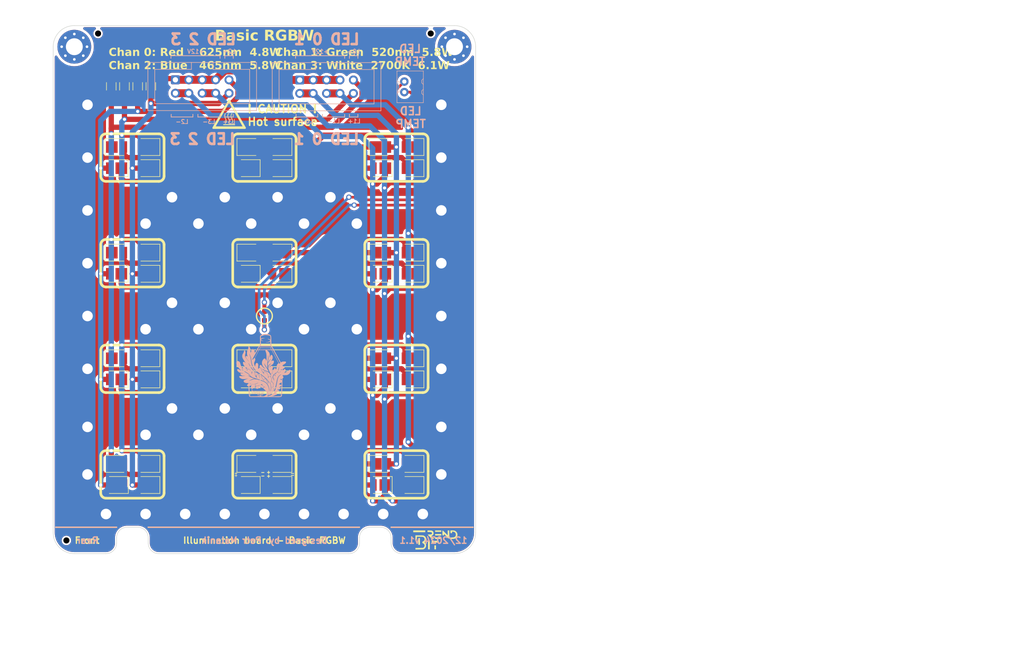
<source format=kicad_pcb>
(kicad_pcb (version 20240108) (generator "pcbnew") (generator_version "8.0")
  (title_block (title "Illumination board - Template") (date "2024-06-23") (rev "${VERSION}") (company "TrendBit s.r.o.") (comment 1 "Designed by: Petr Malanik"))
  (layers (0 "F.Cu" signal) (31 "B.Cu" signal) (34 "B.Paste" user) (35 "F.Paste" user) (36 "B.SilkS" user "B.Silkscreen") (37 "F.SilkS" user "F.Silkscreen") (38 "B.Mask" user) (39 "F.Mask" user) (44 "Edge.Cuts" user))
  (property "VERSION" "1.1")
  (net 0 "")
  (net 19 "+12V")
  (net 20 "/LED_1+")
  (net 21 "/LED_0-")
  (net 22 "/LED_0+")
  (net 23 "/LED_1-")
  (net 24 "/LED_3-")
  (net 25 "/LED_3+")
  (net 26 "/LED_2-")
  (net 27 "/LED_2+")
  (net 28 "Net-(D1-K)")
  (net 29 "Net-(D2-K)")
  (net 30 "Net-(D4-K)")
  (net 31 "Net-(D5-K)")
  (net 32 "Net-(D10-K)")
  (net 33 "Net-(D13-K)")
  (net 34 "Net-(D14-K)")
  (net 35 "Net-(D16-K)")
  (net 36 "Net-(D17-K)")
  (net 37 "Net-(D19-K)")
  (net 38 "Net-(D20-K)")
  (net 39 "Net-(D25-K)")
  (net 40 "Net-(D26-K)")
  (net 41 "Net-(D28-K)")
  (net 42 "Net-(D29-K)")
  (net 43 "Net-(D31-K)")
  (net 44 "Net-(D32-K)")
  (net 45 "Net-(D37-K)")
  (net 46 "Net-(D38-K)")
  (net 47 "Net-(D40-K)")
  (net 48 "Net-(D41-K)")
  (net 49 "Net-(D43-K)")
  (net 50 "Net-(D44-K)")
  (net 51 "Net-(D7-K)")
  (net 52 "Net-(D8-K)")
  (net 53 "Net-(D11-K)")
  (net 54 "Net-(D22-K)")
  (net 55 "Net-(D23-K)")
  (net 56 "Net-(D34-K)")
  (net 57 "Net-(D35-K)")
  (net 58 "Net-(D46-K)")
  (net 59 "Net-(D47-K)")
  (net 60 "/SLUG")
  (net 61 "Net-(J3-Pin_2)")
  (net 62 "Net-(J3-Pin_1)")
  (footprint "LED_SMD:LED_PLCC_2835" (layer "F.Cu") (at 118 108 180)
    (property "Reference" "D37" (hide yes))
    (property "Value" "XL-2835UGC-05")
  )
  (footprint "LED_SMD:LED_PLCC_2835" (layer "F.Cu") (at 112 92 180)
    (property "Reference" "D10" (hide yes))
    (property "Value" "XL-2835UBC-05")
  )
  (footprint "Resistor_SMD:R_1206_3216Metric" (layer "F.Cu") (at 118.5 56.5 -90)
    (property "Reference" "R4" (hide yes))
    (property "Value" "170mR")
  )
  (footprint "TCY_smd_leds:LED_PLCC_2835_Reversed" (layer "F.Cu") (at 137 88)
    (property "Reference" "D8" (hide yes))
    (property "Value" "XL-2835SURC-05")
  )
  (footprint "LED_SMD:LED_PLCC_2835" (layer "F.Cu") (at 162 112 180)
    (property "Reference" "D18" (hide yes))
    (property "Value" "XL-2835UBC-05")
  )
  (footprint "LED_SMD:LED_PLCC_2835" (layer "F.Cu") (at 162 72 180)
    (property "Reference" "D6" (hide yes))
    (property "Value" "XL-2835UBC-05")
  )
  (footprint "LED_SMD:LED_PLCC_2835" (layer "F.Cu") (at 162 132 180)
    (property "Reference" "D24" (hide yes))
    (property "Value" "XL-2835UBC-05")
  )
  (footprint "Resistor_SMD:R_1206_3216Metric" (layer "F.Cu") (at 111 56.5 -90)
    (property "Reference" "R1" (hide yes))
    (property "Value" "130mR")
  )
  (footprint "LED_SMD:LED_PLCC_2835" (layer "F.Cu") (at 143 128 180)
    (property "Reference" "D44" (hide yes))
    (property "Value" "XL-2835UGC-05")
  )
  (footprint "Fiducial:Fiducial_1mm_Mask2mm" (layer "F.Cu") (at 102 53.5)
    (property "Reference" "FID4" (hide yes))
    (property "Value" "0.5/1mm")
  )
  (footprint "LED_SMD:LED_PLCC_2835" (layer "F.Cu") (at 143 92 180)
    (property "Reference" "D35" (hide yes))
    (property "Value" "67-21S/KK7C-H276034Z15/DT(GC)")
  )
  (footprint "LED_SMD:LED_PLCC_2835" (layer "F.Cu") (at 118 68 180)
    (property "Reference" "D25" (hide yes))
    (property "Value" "XL-2835UGC-05")
  )
  (footprint "LED_SMD:LED_PLCC_2835" (layer "F.Cu") (at 168 92 180)
    (property "Reference" "D36" (hide yes))
    (property "Value" "67-21S/KK7C-H276034Z15/DT(GC)")
  )
  (footprint "MountingHole:MountingHole_3.2mm_M3_Pad_Via" (layer "F.Cu") (at 176 49)
    (property "Reference" "H1" (hide yes))
    (property "Value" "M3")
  )
  (footprint "LED_SMD:LED_PLCC_2835" (layer "F.Cu") (at 162 92 180)
    (property "Reference" "D12" (hide yes))
    (property "Value" "XL-2835UBC-05")
  )
  (footprint "NetTie:NetTie-2_SMD_Pad0.5mm" (layer "F.Cu") (at 140 47.5 90)
    (property "Reference" "NT1" (hide yes))
    (property "Value" "Slug" (hide yes))
  )
  (footprint "TCY_mechanical:ToolingHole_JLCPCB" (layer "F.Cu") (at 171.5 46.5)
    (property "Reference" "FID3" (hide yes))
    (property "Value" "TLH")
  )
  (footprint "TCY_smd_leds:LED_PLCC_2835_Reversed" (layer "F.Cu") (at 162 128)
    (property "Reference" "D21" (hide yes))
    (property "Value" "XL-2835SURC-05")
  )
  (footprint "LED_SMD:LED_PLCC_2835" (layer "F.Cu") (at 137 92 180)
    (property "Reference" "D11" (hide yes))
    (property "Value" "XL-2835UBC-05")
  )
  (footprint "MountingHole:MountingHole_3.2mm_M3_Pad_Via" (layer "F.Cu") (at 104 49)
    (property "Reference" "H2" (hide yes))
    (property "Value" "M3")
  )
  (footprint "LED_SMD:LED_PLCC_2835" (layer "F.Cu") (at 143 108 180)
    (property "Reference" "D38" (hide yes))
    (property "Value" "XL-2835UGC-05")
  )
  (footprint "TCY_smd_leds:LED_PLCC_2835_Reversed" (layer "F.Cu") (at 137 108)
    (property "Reference" "D14" (hide yes))
    (property "Value" "XL-2835SURC-05")
  )
  (footprint "LED_SMD:LED_PLCC_2835" (layer "F.Cu") (at 143 72 180)
    (property "Reference" "D29" (hide yes))
    (property "Value" "67-21S/KK7C-H276034Z15/DT(GC)")
  )
  (footprint "Inductor_SMD:L_0603_1608Metric" (layer "F.Cu") (at 140 100 90)
    (property "Reference" "TH1" (hide yes))
    (property "Value" "10k, 3950b")
  )
  (footprint "TCY_smd_leds:LED_PLCC_2835_Reversed" (layer "F.Cu") (at 162 108)
    (property "Reference" "D15" (hide yes))
    (property "Value" "XL-2835SURC-05")
  )
  (footprint "LED_SMD:LED_PLCC_2835" (layer "F.Cu") (at 168 112 180)
    (property "Reference" "D42" (hide yes))
    (property "Value" "67-21S/KK7C-H276034Z15/DT(GC)")
  )
  (footprint "LOGO" (layer "F.Cu") (at 172.5 142.5)
    (property "Reference" "G***" (hide yes))
    (property "Value" "LOGO" (hide yes))
  )
  (footprint "LED_SMD:LED_PLCC_2835" (layer "F.Cu") (at 168 108 180)
    (property "Reference" "D39" (hide yes))
    (property "Value" "XL-2835UGC-05")
  )
  (footprint "LED_SMD:LED_PLCC_2835" (layer "F.Cu") (at 118 132 180)
    (property "Reference" "D46" (hide yes))
    (property "Value" "67-21S/KK7C-H276034Z15/DT(GC)")
  )
  (footprint "LED_SMD:LED_PLCC_2835" (layer "F.Cu") (at 143 68 180)
    (property "Reference" "D26" (hide yes))
    (property "Value" "XL-2835UGC-05")
  )
  (footprint "LED_SMD:LED_PLCC_2835" (layer "F.Cu") (at 143 112 180)
    (property "Reference" "D41" (hide yes))
    (property "Value" "67-21S/KK7C-H276034Z15/DT(GC)")
  )
  (footprint "TCY_smd_leds:LED_PLCC_2835_Reversed" (layer "F.Cu") (at 137 68)
    (property "Reference" "D2" (hide yes))
    (property "Value" "XL-2835SURC-05")
  )
  (footprint "LED_SMD:LED_PLCC_2835" (layer "F.Cu") (at 168 132 180)
    (property "Reference" "D48" (hide yes))
    (property "Value" "67-21S/KK7C-H276034Z15/DT(GC)")
  )
  (footprint "TCY_smd_leds:LED_PLCC_2835_Reversed" (layer "F.Cu") (at 112 68)
    (property "Reference" "D1" (hide yes))
    (property "Value" "XL-2835SURC-05")
  )
  (footprint "LED_SMD:LED_PLCC_2835" (layer "F.Cu") (at 168 68 180)
    (property "Reference" "D27" (hide yes))
    (property "Value" "XL-2835UGC-05")
  )
  (footprint "LED_SMD:LED_PLCC_2835" (layer "F.Cu") (at 118 72 180)
    (property "Reference" "D28" (hide yes))
    (property "Value" "67-21S/KK7C-H276034Z15/DT(GC)")
  )
  (footprint "TCY_mechanical:ToolingHole_JLCPCB" (layer "F.Cu") (at 102.5 142.5)
    (property "Reference" "FID1" (hide yes))
    (property "Value" "TLH")
  )
  (footprint "TCY_mechanical:ToolingHole_JLCPCB" (layer "F.Cu") (at 108.5 46.5)
    (property "Reference" "FID2" (hide yes))
    (property "Value" "TLH")
  )
  (footprint "LED_SMD:LED_PLCC_2835" (layer "F.Cu") (at 112.025 132 180)
    (property "Reference" "D22" (hide yes))
    (property "Value" "XL-2835UBC-05")
  )
  (footprint "LED_SMD:LED_PLCC_2835" (layer "F.Cu") (at 112 112 180)
    (property "Reference" "D16" (hide yes))
    (property "Value" "XL-2835UBC-05")
  )
  (footprint "LED_SMD:LED_PLCC_2835" (layer "F.Cu") (at 118 112 180)
    (property "Reference" "D40" (hide yes))
    (property "Value" "67-21S/KK7C-H276034Z15/DT(GC)")
  )
  (footprint "LED_SMD:LED_PLCC_2835" (layer "F.Cu") (at 137 132 180)
    (property "Reference" "D23" (hide yes))
    (property "Value" "XL-2835UBC-05")
  )
  (footprint "Resistor_SMD:R_1206_3216Metric" (layer "F.Cu") (at 113.5 56.5 -90)
    (property "Reference" "R3" (hide yes))
    (property "Value" "170mR")
  )
  (footprint "LED_SMD:LED_PLCC_2835" (layer "F.Cu") (at 168 88 180)
    (property "Reference" "D33" (hide yes))
    (property "Value" "XL-2835UGC-05")
  )
  (footprint "TCY_smd_leds:LED_PLCC_2835_Reversed" (layer "F.Cu") (at 137 128)
    (property "Reference" "D20" (hide yes))
    (property "Value" "XL-2835SURC-05")
  )
  (footprint "TCY_smd_leds:LED_PLCC_2835_Reversed" (layer "F.Cu") (at 162 68)
    (property "Reference" "D3" (hide yes))
    (property "Value" "XL-2835SURC-05")
  )
  (footprint "LED_SMD:LED_PLCC_2835" (layer "F.Cu") (at 118 128 180)
    (property "Reference" "D43" (hide yes))
    (property "Value" "XL-2835UGC-05")
  )
  (footprint "TCY_smd_leds:LED_PLCC_2835_Reversed" (layer "F.Cu") (at 112 108)
    (property "Reference" "D13" (hide yes))
    (property "Value" "XL-2835SURC-05")
  )
  (footprint "LED_SMD:LED_PLCC_2835" (layer "F.Cu") (at 118 92 180)
    (property "Reference" "D34" (hide yes))
    (property "Value" "67-21S/KK7C-H276034Z15/DT(GC)")
  )
  (footprint "LOGO" (layer "F.Cu") (at 133.28523 61.779728)
    (property "Reference" "G***" (hide yes))
    (property "Value" "LOGO" (hide yes))
  )
  (footprint "LED_SMD:LED_PLCC_2835" (layer "F.Cu") (at 137 72 180)
    (property "Reference" "D5" (hide yes))
    (property "Value" "XL-2835UBC-05")
  )
  (footprint "LED_SMD:LED_PLCC_2835" (layer "F.Cu") (at 168 72 180)
    (property "Reference" "D30" (hide yes))
    (property "Value" "67-21S/KK7C-H276034Z15/DT(GC)")
  )
  (footprint "TCY_smd_leds:LED_PLCC_2835_Reversed" (layer "F.Cu") (at 112 88)
    (property "Reference" "D7" (hide yes))
    (property "Value" "XL-2835SURC-05")
  )
  (footprint "LED_SMD:LED_PLCC_2835" (layer "F.Cu") (at 118 88 180)
    (property "Reference" "D31" (hide yes))
    (property "Value" "XL-2835UGC-05")
  )
  (footprint "LED_SMD:LED_PLCC_2835" (layer "F.Cu") (at 168 128 180)
    (property "Reference" "D45" (hide yes))
    (property "Value" "XL-2835UGC-05")
  )
  (footprint "LED_SMD:LED_PLCC_2835" (layer "F.Cu") (at 143 88 180)
    (property "Reference" "D32" (hide yes))
    (property "Value" "XL-2835UGC-05")
  )
  (footprint "LED_SMD:LED_PLCC_2835" (layer "F.Cu") (at 143 132 180)
    (property "Reference" "D47" (hide yes))
    (property "Value" "67-21S/KK7C-H276034Z15/DT(GC)")
  )
  (footprint "LED_SMD:LED_PLCC_2835" (layer "F.Cu") (at 112 72 180)
    (property "Reference" "D4" (hide yes))
    (property "Value" "XL-2835UBC-05")
  )
  (footprint "Resistor_SMD:R_1206_3216Metric" (layer "F.Cu") (at 116 56.5 -90)
    (property "Reference" "R2" (hide yes))
    (property "Value" "170mR")
  )
  (footprint "TCY_smd_leds:LED_PLCC_2835_Reversed" (layer "F.Cu") (at 112 128)
    (property "Reference" "D19" (hide yes))
    (property "Value" "XL-2835SURC-05")
  )
  (footprint "LED_SMD:LED_PLCC_2835" (layer "F.Cu") (at 137 112 180)
    (property "Reference" "D17" (hide yes))
    (property "Value" "XL-2835UBC-05")
  )
  (footprint "TCY_smd_leds:LED_PLCC_2835_Reversed" (layer "F.Cu") (at 162 88)
    (property "Reference" "D9" (hide yes))
    (property "Value" "XL-2835SURC-05")
  )
  (footprint "Fiducial:Fiducial_1mm_Mask2mm" (layer "F.Cu") (at 177.5 142.5)
    (property "Reference" "FID5" (hide yes))
    (property "Value" "0.5/1mm")
  )
  (footprint "TCY_connectors:Hirose_DF3A-02P-2DSA_1x02_P2.00mm_Vertical" (layer "B.Cu") (at 168 56.6 -90)
    (property "Reference" "J3" (hide yes))
    (property "Value" "DF3A-2P-2DSA")
  )
  (footprint "Connector_IDC:IDC-Header_2x05_P2.54mm_Vertical" (layer "B.Cu") (at 146.69 55.3 -90)
    (property "Reference" "J1" (hide yes))
    (property "Value" "2.54-2*5P")
  )
  (footprint "LOGO" (layer "B.Cu") (at 139.85 109.49 180)
    (property "Reference" "G***" (hide yes))
    (property "Value" "LOGO" (hide yes))
  )
  (footprint "Connector_IDC:IDC-Header_2x05_P2.54mm_Vertical" (layer "B.Cu") (at 123.14 55.2675 -90)
    (property "Reference" "J2" (hide yes))
    (property "Value" "2.54-2*5P")
  )
  (gr_line (start 131.6 51.2) (end 131.6 50.7) (stroke (width 0.15)) (layer "B.SilkS"))
  (gr_line (start 179.5 140) (end 164 140) (stroke (width 0.25)) (layer "B.SilkS"))
  (gr_line (start 132.5 62.3) (end 134.1 62.3) (stroke (width 0.15)) (layer "B.SilkS"))
  (gr_line (start 145.9 50.7) (end 145.9 51.2) (stroke (width 0.15)) (layer "B.SilkS"))
  (gr_line (start 155.2 62.3) (end 151 62.3) (stroke (width 0.15)) (layer "B.SilkS"))
  (gr_line (start 156.1 50.7) (end 156.1 51.2) (stroke (width 0.15)) (layer "B.SilkS"))
  (gr_line (start 155.2 50.7) (end 145.9 50.7) (stroke (width 0.15)) (layer "B.SilkS"))
  (gr_line (start 157.7 61.8) (end 157.7 62.3) (stroke (width 0.15)) (layer "B.SilkS"))
  (gr_line (start 157.7 50.7) (end 157.7 51.2) (stroke (width 0.15)) (layer "B.SilkS"))
  (gr_line (start 146 61.8) (end 146 62.3) (stroke (width 0.15)) (layer "B.SilkS"))
  (gr_line (start 156.1 62.3) (end 157.7 62.3) (stroke (width 0.15)) (layer "B.SilkS"))
  (gr_line (start 150.1 62.3) (end 146 62.3) (stroke (width 0.15)) (layer "B.SilkS"))
  (gr_line (start 134.1 61.8) (end 134.1 62.3) (stroke (width 0.15)) (layer "B.SilkS"))
  (gr_line (start 126.45 62.3) (end 122.35 62.3) (stroke (width 0.15)) (layer "B.SilkS"))
  (gr_line (start 131.6 62.3) (end 127.4 62.3) (stroke (width 0.15)) (layer "B.SilkS"))
  (gr_line (start 158 140) (end 118 140) (stroke (width 0.25)) (layer "B.SilkS"))
  (gr_line (start 132.5 51.2) (end 132.5 50.7) (stroke (width 0.15)) (layer "B.SilkS"))
  (gr_line (start 127.4 61.8) (end 127.4 62.3) (stroke (width 0.15)) (layer "B.SilkS"))
  (gr_line (start 155.2 61.8) (end 155.2 62.3) (stroke (width 0.15)) (layer "B.SilkS"))
  (gr_line (start 134.1 51.2) (end 134.1 50.7) (stroke (width 0.15)) (layer "B.SilkS"))
  (gr_line (start 122.35 61.8) (end 122.35 62.3) (stroke (width 0.15)) (layer "B.SilkS"))
  (gr_line (start 151 61.8) (end 151 62.3) (stroke (width 0.15)) (layer "B.SilkS"))
  (gr_line (start 156.1 50.7) (end 157.7 50.7) (stroke (width 0.15)) (layer "B.SilkS"))
  (gr_line (start 132.5 50.7) (end 134.1 50.7) (stroke (width 0.15)) (layer "B.SilkS"))
  (gr_line (start 150.1 61.8) (end 150.1 62.3) (stroke (width 0.15)) (layer "B.SilkS"))
  (gr_line (start 112 140) (end 100.5 140) (stroke (width 0.25)) (layer "B.SilkS"))
  (gr_line (start 126.45 61.8) (end 126.45 62.3) (stroke (width 0.15)) (layer "B.SilkS"))
  (gr_line (start 156.1 61.8) (end 156.1 62.3) (stroke (width 0.15)) (layer "B.SilkS"))
  (gr_line (start 122.3 51.2) (end 122.3 50.7) (stroke (width 0.15)) (layer "B.SilkS"))
  (gr_line (start 131.6 50.7) (end 122.3 50.7) (stroke (width 0.15)) (layer "B.SilkS"))
  (gr_line (start 132.5 61.8) (end 132.5 62.3) (stroke (width 0.15)) (layer "B.SilkS"))
  (gr_line (start 131.6 61.8) (end 131.6 62.3) (stroke (width 0.15)) (layer "B.SilkS"))
  (gr_line (start 155.2 50.7) (end 155.2 51.2) (stroke (width 0.15)) (layer "B.SilkS"))
  (gr_arc (start 120 125.5) (mid 120.707107 125.792893) (end 121 126.5) (stroke (width 0.5)) (layer "F.SilkS"))
  (gr_line (start 134 93.5) (end 134 86.5) (stroke (width 0.5)) (layer "F.SilkS"))
  (gr_arc (start 109 66.5) (mid 109.292893 65.792893) (end 110 65.5) (stroke (width 0.5)) (layer "F.SilkS"))
  (gr_arc (start 120 65.5) (mid 120.707107 65.792893) (end 121 66.5) (stroke (width 0.5)) (layer "F.SilkS"))
  (gr_arc (start 134 126.5) (mid 134.292893 125.792893) (end 135 125.5) (stroke (width 0.5)) (layer "F.SilkS"))
  (gr_line (start 146 106.5) (end 146 113.5) (stroke (width 0.5)) (layer "F.SilkS"))
  (gr_line (start 159 113.5) (end 159 106.5) (stroke (width 0.5)) (layer "F.SilkS"))
  (gr_line (start 146 66.5) (end 146 73.5) (stroke (width 0.5)) (layer "F.SilkS"))
  (gr_arc (start 145 125.5) (mid 145.707107 125.792893) (end 146 126.5) (stroke (width 0.5)) (layer "F.SilkS"))
  (gr_arc (start 160 134.5) (mid 159.292893 134.207107) (end 159 133.5) (stroke (width 0.5)) (layer "F.SilkS"))
  (gr_arc (start 170 125.5) (mid 170.707107 125.792893) (end 171 126.5) (stroke (width 0.5)) (layer "F.SilkS"))
  (gr_line (start 160 125.5) (end 170 125.5) (stroke (width 0.5)) (layer "F.SilkS"))
  (gr_arc (start 121 133.5) (mid 120.707107 134.207107) (end 120 134.5) (stroke (width 0.5)) (layer "F.SilkS"))
  (gr_line (start 109 133.5) (end 109 126.5) (stroke (width 0.5)) (layer "F.SilkS"))
  (gr_line (start 160 105.5) (end 170 105.5) (stroke (width 0.5)) (layer "F.SilkS"))
  (gr_arc (start 134 66.5) (mid 134.292893 65.792893) (end 135 65.5) (stroke (width 0.5)) (layer "F.SilkS"))
  (gr_arc (start 159 106.5) (mid 159.292893 105.792893) (end 160 105.5) (stroke (width 0.5)) (layer "F.SilkS"))
  (gr_arc (start 110 94.5) (mid 109.292893 94.207107) (end 109 93.5) (stroke (width 0.5)) (layer "F.SilkS"))
  (gr_arc (start 171 93.5) (mid 170.707107 94.207107) (end 170 94.5) (stroke (width 0.5)) (layer "F.SilkS"))
  (gr_line (start 145 134.5) (end 135 134.5) (stroke (width 0.5)) (layer "F.SilkS"))
  (gr_line (start 159 133.5) (end 159 126.5) (stroke (width 0.5)) (layer "F.SilkS"))
  (gr_line (start 134 133.5) (end 134 126.5) (stroke (width 0.5)) (layer "F.SilkS"))
  (gr_line (start 134.425 129.825) (end 134.825 129.825) (stroke (width 0.1)) (layer "F.SilkS"))
  (gr_line (start 145 74.5) (end 135 74.5) (stroke (width 0.5)) (layer "F.SilkS"))
  (gr_arc (start 134 86.5) (mid 134.292893 85.792893) (end 135 85.5) (stroke (width 0.5)) (layer "F.SilkS"))
  (gr_arc (start 121 93.5) (mid 120.707107 94.207107) (end 120 94.5) (stroke (width 0.5)) (layer "F.SilkS"))
  (gr_arc (start 171 113.5) (mid 170.707107 114.207107) (end 170 114.5) (stroke (width 0.5)) (layer "F.SilkS"))
  (gr_line (start 145 94.5) (end 135 94.5) (stroke (width 0.5)) (layer "F.SilkS"))
  (gr_line (start 135 65.5) (end 145 65.5) (stroke (width 0.5)) (layer "F.SilkS"))
  (gr_arc (start 145 85.5) (mid 145.707107 85.792893) (end 146 86.5) (stroke (width 0.5)) (layer "F.SilkS"))
  (gr_line (start 146 126.5) (end 146 133.5) (stroke (width 0.5)) (layer "F.SilkS"))
  (gr_arc (start 120 105.5) (mid 120.707107 105.792893) (end 121 106.5) (stroke (width 0.5)) (layer "F.SilkS"))
  (gr_line (start 110 85.5) (end 120 85.5) (stroke (width 0.5)) (layer "F.SilkS"))
  (gr_arc (start 171 73.5) (mid 170.707107 74.207107) (end 170 74.5) (stroke (width 0.5)) (layer "F.SilkS"))
  (gr_arc (start 159 126.5) (mid 159.292893 125.792893) (end 160 125.5) (stroke (width 0.5)) (layer "F.SilkS"))
  (gr_line (start 110 125.5) (end 120 125.5) (stroke (width 0.5)) (layer "F.SilkS"))
  (gr_line (start 160 85.5) (end 170 85.5) (stroke (width 0.5)) (layer "F.SilkS"))
  (gr_line (start 110 65.5) (end 120 65.5) (stroke (width 0.5)) (layer "F.SilkS"))
  (gr_arc (start 110 74.5) (mid 109.292893 74.207107) (end 109 73.5) (stroke (width 0.5)) (layer "F.SilkS"))
  (gr_line (start 121 86.5) (end 121 93.5) (stroke (width 0.5)) (layer "F.SilkS"))
  (gr_arc (start 109 106.5) (mid 109.292893 105.792893) (end 110 105.5) (stroke (width 0.5)) (layer "F.SilkS"))
  (gr_line (start 135 125.5) (end 145 125.5) (stroke (width 0.5)) (layer "F.SilkS"))
  (gr_line (start 135 85.5) (end 145 85.5) (stroke (width 0.5)) (layer "F.SilkS"))
  (gr_arc (start 135 134.5) (mid 134.292893 134.207107) (end 134 133.5) (stroke (width 0.5)) (layer "F.SilkS"))
  (gr_line (start 134 73.5) (end 134 66.5) (stroke (width 0.5)) (layer "F.SilkS"))
  (gr_arc (start 146 133.5) (mid 145.707107 134.207107) (end 145 134.5) (stroke (width 0.5)) (layer "F.SilkS"))
  (gr_arc (start 109 126.5) (mid 109.292893 125.792893) (end 110 125.5) (stroke (width 0.5)) (layer "F.SilkS"))
  (gr_line (start 134.425 130.225) (end 134.825 130.225) (stroke (width 0.1)) (layer "F.SilkS"))
  (gr_line (start 109 113.5) (end 109 106.5) (stroke (width 0.5)) (layer "F.SilkS"))
  (gr_line (start 112 140) (end 100.5 140) (stroke (width 0.25)) (layer "F.SilkS"))
  (gr_line (start 171 106.5) (end 171 113.5) (stroke (width 0.5)) (layer "F.SilkS"))
  (gr_line (start 120 74.5) (end 110 74.5) (stroke (width 0.5)) (layer "F.SilkS"))
  (gr_arc (start 145 65.5) (mid 145.707107 65.792893) (end 146 66.5) (stroke (width 0.5)) (layer "F.SilkS"))
  (gr_arc (start 171 133.5) (mid 170.707107 134.207107) (end 170 134.5) (stroke (width 0.5)) (layer "F.SilkS"))
  (gr_circle (center 140 100) (end 141.5 100) (stroke (width 0.25)) (fill none) (layer "F.SilkS"))
  (gr_line (start 120 94.5) (end 110 94.5) (stroke (width 0.5)) (layer "F.SilkS"))
  (gr_arc (start 146 93.5) (mid 145.707107 94.207107) (end 145 94.5) (stroke (width 0.5)) (layer "F.SilkS"))
  (gr_arc (start 120 85.5) (mid 120.707107 85.792893) (end 121 86.5) (stroke (width 0.5)) (layer "F.SilkS"))
  (gr_line (start 134.625 129.625) (end 134.625 130.425) (stroke (width 0.1)) (layer "F.SilkS"))
  (gr_arc (start 170 85.5) (mid 170.707107 85.792893) (end 171 86.5) (stroke (width 0.5)) (layer "F.SilkS"))
  (gr_arc (start 170 105.5) (mid 170.707107 105.792893) (end 171 106.5) (stroke (width 0.5)) (layer "F.SilkS"))
  (gr_line (start 110 105.5) (end 120 105.5) (stroke (width 0.5)) (layer "F.SilkS"))
  (gr_arc (start 121 73.5) (mid 120.707107 74.207107) (end 120 74.5) (stroke (width 0.5)) (layer "F.SilkS"))
  (gr_line (start 135 105.5) (end 145 105.5) (stroke (width 0.5)) (layer "F.SilkS"))
  (gr_line (start 120 134.5) (end 110 134.5) (stroke (width 0.5)) (layer "F.SilkS"))
  (gr_line (start 170 134.5) (end 160 134.5) (stroke (width 0.5)) (layer "F.SilkS"))
  (gr_arc (start 109 86.5) (mid 109.292893 85.792893) (end 110 85.5) (stroke (width 0.5)) (layer "F.SilkS"))
  (gr_line (start 109 93.5) (end 109 86.5) (stroke (width 0.5)) (layer "F.SilkS"))
  (gr_line (start 121 126.5) (end 121 133.5) (stroke (width 0.5)) (layer "F.SilkS"))
  (gr_arc (start 170 65.5) (mid 170.707107 65.792893) (end 171 66.5) (stroke (width 0.5)) (layer "F.SilkS"))
  (gr_arc (start 160 114.5) (mid 159.292893 114.207107) (end 159 113.5) (stroke (width 0.5)) (layer "F.SilkS"))
  (gr_line (start 159 73.5) (end 159 66.5) (stroke (width 0.5)) (layer "F.SilkS"))
  (gr_arc (start 135 74.5) (mid 134.292893 74.207107) (end 134 73.5) (stroke (width 0.5)) (layer "F.SilkS"))
  (gr_arc (start 160 94.5) (mid 159.292893 94.207107) (end 159 93.5) (stroke (width 0.5)) (layer "F.SilkS"))
  (gr_line (start 109 73.5) (end 109 66.5) (stroke (width 0.5)) (layer "F.SilkS"))
  (gr_arc (start 160 74.5) (mid 159.292893 74.207107) (end 159 73.5) (stroke (width 0.5)) (layer "F.SilkS"))
  (gr_line (start 160 65.5) (end 170 65.5) (stroke (width 0.5)) (layer "F.SilkS"))
  (gr_line (start 146 86.5) (end 146 93.5) (stroke (width 0.5)) (layer "F.SilkS"))
  (gr_line (start 164 140) (end 179.5 140) (stroke (width 0.25)) (layer "F.SilkS"))
  (gr_line (start 145 114.5) (end 135 114.5) (stroke (width 0.5)) (layer "F.SilkS"))
  (gr_line (start 120 114.5) (end 110 114.5) (stroke (width 0.5)) (layer "F.SilkS"))
  (gr_arc (start 135 94.5) (mid 134.292893 94.207107) (end 134 93.5) (stroke (width 0.5)) (layer "F.SilkS"))
  (gr_line (start 171 66.5) (end 171 73.5) (stroke (width 0.5)) (layer "F.SilkS"))
  (gr_line (start 159 93.5) (end 159 86.5) (stroke (width 0.5)) (layer "F.SilkS"))
  (gr_line (start 134 113.5) (end 134 106.5) (stroke (width 0.5)) (layer "F.SilkS"))
  (gr_arc (start 110 134.5) (mid 109.292893 134.207107) (end 109 133.5) (stroke (width 0.5)) (layer "F.SilkS"))
  (gr_arc (start 146 73.5) (mid 145.707107 74.207107) (end 145 74.5) (stroke (width 0.5)) (layer "F.SilkS"))
  (gr_arc (start 110 114.5) (mid 109.292893 114.207107) (end 109 113.5) (stroke (width 0.5)) (layer "F.SilkS"))
  (gr_line (start 170 74.5) (end 160 74.5) (stroke (width 0.5)) (layer "F.SilkS"))
  (gr_arc (start 159 66.5) (mid 159.292893 65.792893) (end 160 65.5) (stroke (width 0.5)) (layer "F.SilkS"))
  (gr_arc (start 146 113.5) (mid 145.707107 114.207107) (end 145 114.5) (stroke (width 0.5)) (layer "F.SilkS"))
  (gr_arc (start 159 86.5) (mid 159.292893 85.792893) (end 160 85.5) (stroke (width 0.5)) (layer "F.SilkS"))
  (gr_line (start 118 140) (end 158 140) (stroke (width 0.25)) (layer "F.SilkS"))
  (gr_line (start 171 86.5) (end 171 93.5) (stroke (width 0.5)) (layer "F.SilkS"))
  (gr_line (start 170 94.5) (end 160 94.5) (stroke (width 0.5)) (layer "F.SilkS"))
  (gr_line (start 170 114.5) (end 160 114.5) (stroke (width 0.5)) (layer "F.SilkS"))
  (gr_arc (start 134 106.5) (mid 134.292893 105.792893) (end 135 105.5) (stroke (width 0.5)) (layer "F.SilkS"))
  (gr_line (start 121 66.5) (end 121 73.5) (stroke (width 0.5)) (layer "F.SilkS"))
  (gr_line (start 121 106.5) (end 121 113.5) (stroke (width 0.5)) (layer "F.SilkS"))
  (gr_line (start 171 126.5) (end 171 133.5) (stroke (width 0.5)) (layer "F.SilkS"))
  (gr_arc (start 121 113.5) (mid 120.707107 114.207107) (end 120 114.5) (stroke (width 0.5)) (layer "F.SilkS"))
  (gr_arc (start 145 105.5) (mid 145.707107 105.792893) (end 146 106.5) (stroke (width 0.5)) (layer "F.SilkS"))
  (gr_arc (start 135 114.5) (mid 134.292893 114.207107) (end 134 113.5) (stroke (width 0.5)) (layer "F.SilkS"))
  (gr_arc (start 120 145) (mid 118.585786 144.414214) (end 118 143) (stroke (width 0.1)) (layer "Edge.Cuts"))
  (gr_arc (start 176 45) (mid 178.828427 46.171573) (end 180 49) (stroke (width 0.1)) (layer "Edge.Cuts"))
  (gr_line (start 180 49) (end 180 141) (stroke (width 0.1)) (layer "Edge.Cuts"))
  (gr_arc (start 166 145) (mid 164.585786 144.414214) (end 164 143) (stroke (width 0.1)) (layer "Edge.Cuts"))
  (gr_line (start 104 145) (end 110 145) (stroke (width 0.1)) (layer "Edge.Cuts"))
  (gr_arc (start 112 142) (mid 112.585786 140.585786) (end 114 140) (stroke (width 0.1)) (layer "Edge.Cuts"))
  (gr_line (start 164 142) (end 164 143) (stroke (width 0.1)) (layer "Edge.Cuts"))
  (gr_arc (start 158 143) (mid 157.414214 144.414214) (end 156 145) (stroke (width 0.1)) (layer "Edge.Cuts"))
  (gr_line (start 156 145) (end 120 145) (stroke (width 0.1)) (layer "Edge.Cuts"))
  (gr_arc (start 158 142) (mid 158.585786 140.585786) (end 160 140) (stroke (width 0.1)) (layer "Edge.Cuts"))
  (gr_line (start 112 142) (end 112 143) (stroke (width 0.1)) (layer "Edge.Cuts"))
  (gr_line (start 100 141) (end 100 49) (stroke (width 0.1)) (layer "Edge.Cuts"))
  (gr_line (start 104 45) (end 176 45) (stroke (width 0.1)) (layer "Edge.Cuts"))
  (gr_arc (start 180 141) (mid 178.828427 143.828427) (end 176 145) (stroke (width 0.1)) (layer "Edge.Cuts"))
  (gr_arc (start 112 143) (mid 111.414214 144.414214) (end 110 145) (stroke (width 0.1)) (layer "Edge.Cuts"))
  (gr_arc (start 116 140) (mid 117.414214 140.585786) (end 118 142) (stroke (width 0.1)) (layer "Edge.Cuts"))
  (gr_line (start 114 140) (end 116 140) (stroke (width 0.1)) (layer "Edge.Cuts"))
  (gr_line (start 176 145) (end 166 145) (stroke (width 0.1)) (layer "Edge.Cuts"))
  (gr_arc (start 100 49) (mid 101.171573 46.171573) (end 104 45) (stroke (width 0.1)) (layer "Edge.Cuts"))
  (gr_line (start 158 142) (end 158 143) (stroke (width 0.1)) (layer "Edge.Cuts"))
  (gr_arc (start 104 145) (mid 101.171573 143.828427) (end 100 141) (stroke (width 0.1)) (layer "Edge.Cuts"))
  (gr_arc (start 162 140) (mid 163.414214 140.585786) (end 164 142) (stroke (width 0.1)) (layer "Edge.Cuts"))
  (gr_line (start 118 142) (end 118 143) (stroke (width 0.1)) (layer "Edge.Cuts"))
  (gr_line (start 160 140) (end 162 140) (stroke (width 0.1)) (layer "Edge.Cuts"))
  (gr_text "L2-" (at 124.4 63.2 0) (layer "B.SilkS") (effects (font (size 0.8 0.8) (thickness 0.15) (bold yes)) (justify mirror)))
  (gr_text "12/2024 v${VERSION}" (at 172 142.5 0) (layer "B.SilkS") (effects (font (size 1.2 1.2) (thickness 0.25) (bold yes)) (justify mirror)))
  (gr_text "L0+" (at 156.9 49.9 0) (layer "B.SilkS") (effects (font (size 0.8 0.8) (thickness 0.15) (bold yes)) (justify mirror)))
  (gr_text "L2+" (at 133.3 49.9 0) (layer "B.SilkS") (effects (font (size 0.8 0.8) (thickness 0.15) (bold yes)) (justify mirror)))
  (gr_text "L1+" (at 157 63.1 0) (layer "B.SilkS") (effects (font (size 0.8 0.8) (thickness 0.15) (bold yes)) (justify mirror)))
  (gr_text "LED 0 1" (at 151.8 47.6 0) (layer "B.SilkS") (effects (font (size 2 2) (thickness 0.5) (bold yes)) (justify mirror)))
  (gr_text "+12V" (at 127 49.9 0) (layer "B.SilkS") (effects (font (size 0.8 0.8) (thickness 0.15) (bold yes)) (justify mirror)))
  (gr_text "Rear" (at 106.5 142.5 0) (layer "B.SilkS") (effects (font (size 1.2 1.2) (thickness 0.25) (bold yes)) (justify mirror)))
  (gr_text "L3+" (at 133.3 63.2 0) (layer "B.SilkS") (effects (font (size 0.8 0.8) (thickness 0.15) (bold yes)) (justify mirror)))
  (gr_text "L1-" (at 153.1 63.1 0) (layer "B.SilkS") (effects (font (size 0.8 0.8) (thickness 0.15) (bold yes)) (justify mirror)))
  (gr_text "LED 2 3" (at 128.4 47.6 0) (layer "B.SilkS") (effects (font (size 2 2) (thickness 0.5) (bold yes)) (justify mirror)))
  (gr_text "L0-" (at 148 63.1 0) (layer "B.SilkS") (effects (font (size 0.8 0.8) (thickness 0.15) (bold yes)) (justify mirror)))
  (gr_text "+12V" (at 150.6 49.9 0) (layer "B.SilkS") (effects (font (size 0.8 0.8) (thickness 0.15) (bold yes)) (justify mirror)))
  (gr_text "Designed by: Petr Malanik" (at 140 142.5 0) (layer "B.SilkS") (effects (font (size 1.2 1.2) (thickness 0.25) (bold yes)) (justify mirror)))
  (gr_text "LED 0 1" (at 151.75 66.5 0) (layer "B.SilkS") (effects (font (size 2 2) (thickness 0.5) (bold yes)) (justify mirror)))
  (gr_text "LED\nTEMP" (at 167.7 62.4 0) (layer "B.SilkS") (effects (font (size 1.5 1.5) (thickness 0.3) (bold yes)) (justify mirror)))
  (gr_text "LED\nTEMP" (at 167.6 50.6 0) (layer "B.SilkS") (effects (font (size 1.5 1.5) (thickness 0.3) (bold yes)) (justify mirror)))
  (gr_text "LED 2 3" (at 128.25 66.5 0) (layer "B.SilkS") (effects (font (size 2 2) (thickness 0.5) (bold yes)) (justify mirror)))
  (gr_text "L3-" (at 129.5 63.2 0) (layer "B.SilkS") (effects (font (size 0.8 0.8) (thickness 0.15) (bold yes)) (justify mirror)))
  (gr_text "-" (at 139.225 130.625 0) (layer "F.SilkS") (effects (font (size 0.6 0.6) (thickness 0.15) (bold yes)) (justify left bottom)))
  (gr_text "Chan 3: White  2700K  6.1W" (at 142 53.5 0) (layer "F.SilkS") (effects (font (size 1.5 1.5) (thickness 0.24) (bold yes)) (justify left bottom)))
  (gr_text "Chan 0: Red    625nm  4.8W" (at 110.5 51 0) (layer "F.SilkS") (effects (font (size 1.5 1.5) (thickness 0.24) (bold yes)) (justify left bottom)))
  (gr_text "-" (at 144.84 130.485 0) (layer "F.SilkS") (effects (font (size 0.6 0.6) (thickness 0.15) (bold yes)) (justify left bottom)))
  (gr_text "+" (at 140.325 130.655 0) (layer "F.SilkS") (effects (font (size 0.6 0.6) (thickness 0.15) (bold yes)) (justify left bottom)))
  (gr_text "Chan 1: Green  520nm  5.8W" (at 142 51 0) (layer "F.SilkS") (effects (font (size 1.5 1.5) (thickness 0.24) (bold yes)) (justify left bottom)))
  (gr_text "+" (at 140.325 129.925 0) (layer "F.SilkS") (effects (font (size 0.6 0.6) (thickness 0.15) (bold yes)) (justify left bottom)))
  (gr_text "-" (at 144.85 130.125 0) (layer "F.SilkS") (effects (font (size 0.6 0.6) (thickness 0.15) (bold yes)) (justify left bottom)))
  (gr_text "Illumination board - Basic RGBW" (at 140 142.5 0) (layer "F.SilkS") (effects (font (size 1.2 1.2) (thickness 0.25) (bold yes))))
  (gr_text "Chan 2: Blue   465nm  5.8W" (at 110.5 53.5 0) (layer "F.SilkS") (effects (font (size 1.5 1.5) (thickness 0.24) (bold yes)) (justify left bottom)))
  (gr_text "Basic RGBW" (at 140 47 0) (layer "F.SilkS") (effects (font (size 2 2) (thickness 0.24) (bold yes))))
  (gr_text "Front" (at 106.426 142.5 0) (layer "F.SilkS") (effects (font (size 1.2 1.2) (thickness 0.25) (bold yes))))
  (gr_text "-" (at 139.225 129.945 0) (layer "F.SilkS") (effects (font (size 0.6 0.6) (thickness 0.15) (bold yes)) (justify left bottom)))
  (gr_text "! CAUTION !\nHot surface" (at 136.65 64.08 0) (layer "F.SilkS") (effects (font (size 1.5 1.5) (thickness 0.3) (bold yes)) (justify left bottom)))
  (segment (start 122.91 55.0375) (end 123.14 55.2675) (width 1) (layer "F.Cu") (net 19))
  (segment (start 145.05 55.3) (end 146.69 55.3) (width 1.5) (layer "F.Cu") (net 19))
  (segment (start 143.25 53.5) (end 145.05 55.3) (width 1.5) (layer "F.Cu") (net 19))
  (segment (start 130.76 55.2675) (end 123.14 55.2675) (width 1.5) (layer "F.Cu") (net 19))
  (segment (start 118.75 55.0375) (end 122.91 55.0375) (width 1) (layer "F.Cu") (net 19))
  (segment (start 132.5275 53.5) (end 143.25 53.5) (width 1.5) (layer "F.Cu") (net 19))
  (segment (start 111.25 55.0375) (end 118.75 55.0375) (width 1) (layer "F.Cu") (net 19))
  (segment (start 128.2425 55.25) (end 128.225 55.2675) (width 1.5) (layer "F.Cu") (net 19))
  (segment (start 130.76 55.2675) (end 132.5275 53.5) (width 1.5) (layer "F.Cu") (net 19))
  (segment (start 130.76 55.2675) (end 128.22 55.2675) (width 1.5) (layer "F.Cu") (net 19))
  (segment (start 154.31 55.3) (end 146.69 55.3) (width 1.5) (layer "F.Cu") (net 19))
  (segment (start 113.5 57.9625) (end 113.5 62.75) (width 1) (layer "F.Cu") (net 20))
  (segment (start 151.94 62.75) (end 156.85 57.84) (width 1) (layer "F.Cu") (net 20))
  (segment (start 116.625 66.375) (end 116.625 68) (width 1) (layer "F.Cu") (net 20))
  (segment (start 115.75 105.5) (end 116.625 106.375) (width 1) (layer "F.Cu") (net 20))
  (segment (start 116.625 106.375) (end 116.625 108) (width 1) (layer "F.Cu") (net 20))
  (segment (start 113.75 62.75) (end 151.94 62.75) (width 1) (layer "F.Cu") (net 20))
  (segment (start 113 105.5) (end 115.75 105.5) (width 1) (layer "F.Cu") (net 20))
  (segment (start 116.625 126.125) (end 116.625 128) (width 1) (layer "F.Cu") (net 20))
  (segment (start 116 65.75) (end 116.625 66.375) (width 1) (layer "F.Cu") (net 20))
  (segment (start 113 125.5) (end 116 125.5) (width 1) (layer "F.Cu") (net 20))
  (segment (start 113 65.75) (end 116 65.75) (width 1) (layer "F.Cu") (net 20))
  (segment (start 116 125.5) (end 116.625 126.125) (width 1) (layer "F.Cu") (net 20))
  (segment (start 113 85.5) (end 115.75 85.5) (width 1) (layer "F.Cu") (net 20))
  (segment (start 116.625 86.375) (end 116.625 88) (width 1) (layer "F.Cu") (net 20))
  (segment (start 115.75 85.5) (end 116.625 86.375) (width 1) (layer "F.Cu") (net 20))
  (via (at 113 85.5) (size 1) (drill 0.6) (layers "F.Cu" "B.Cu") (net 20))
  (via (at 113 65.75) (size 1) (drill 0.6) (layers "F.Cu" "B.Cu") (net 20))
  (via (at 113 125.5) (size 1) (drill 0.6) (layers "F.Cu" "B.Cu") (net 20))
  (via (at 113.5 62.75) (size 1) (drill 0.6) (layers "F.Cu" "B.Cu") (net 20))
  (via (at 113 105.5) (size 1) (drill 0.6) (layers "F.Cu" "B.Cu") (net 20))
  (segment (start 113 63.25) (end 113 125.5) (width 1) (layer "B.Cu") (net 20))
  (segment (start 113.5 62.75) (end 113 63.25) (width 1) (layer "B.Cu") (net 20))
  (segment (start 146.69 57.84) (end 149.23 57.84) (width 1.5) (layer "F.Cu") (net 21))
  (segment (start 163.375 108) (end 165 108) (width 1) (layer "F.Cu") (net 21))
  (segment (start 163.375 128) (end 165 128) (width 1) (layer "F.Cu") (net 21))
  (segment (start 163.375 68) (end 165 68) (width 1) (layer "F.Cu") (net 21))
  (segment (start 163.375 88) (end 165 88) (width 1) (layer "F.Cu") (net 21))
  (via (at 165 68) (size 1) (drill 0.6) (layers "F.Cu" "B.Cu") (net 21))
  (via (at 165 108) (size 1) (drill 0.6) (layers "F.Cu" "B.Cu") (net 21))
  (via (at 165 128) (size 1) (drill 0.6) (layers "F.Cu" "B.Cu") (net 21))
  (via (at 165 88) (size 1) (drill 0.6) (layers "F.Cu" "B.Cu") (net 21))
  (segment (start 153.39 62) (end 161.5 62) (width 1) (layer "B.Cu") (net 21))
  (segment (start 165 65.5) (end 165 68) (width 1) (layer "B.Cu") (net 21))
  (segment (start 165 108) (end 165 88) (width 1) (layer "B.Cu") (net 21))
  (segment (start 149.23 57.84) (end 153.39 62) (width 1) (layer "B.Cu") (net 21))
  (segment (start 165 128) (end 165 108) (width 1) (layer "B.Cu") (net 21))
  (segment (start 165 88) (end 165 68) (width 1) (layer "B.Cu") (net 21))
  (segment (start 161.5 62) (end 165 65.5) (width 1) (layer "B.Cu") (net 21))
  (segment (start 158.5 56.95) (end 156.85 55.3) (width 1) (layer "F.Cu") (net 22))
  (segment (start 111 125.5) (end 111 127.9) (width 1) (layer "F.Cu") (net 22))
  (segment (start 111 58.10625) (end 111 64.39375) (width 1) (layer "F.Cu") (net 22))
  (segment (start 111 105.5) (end 111 107.9) (width 1) (layer "F.Cu") (net 22))
  (segment (start 111 107.9) (end 111.1 108) (width 1) (layer "F.Cu") (net 22))
  (segment (start 152.85 64.25) (end 158.5 58.6) (width 1) (layer "F.Cu") (net 22))
  (segment (start 111 64.5) (end 111 67.9) (width 1) (layer "F.Cu") (net 22))
  (segment (start 158.5 58.6) (end 158.5 56.95) (width 1) (layer "F.Cu") (net 22))
  (segment (start 111.25 64.25) (end 152.85 64.25) (width 1) (layer "F.Cu") (net 22))
  (segment (start 111.25 64.25) (end 111 64.5) (width 1) (layer "F.Cu") (net 22))
  (segment (start 111 85.5) (end 111 87.9) (width 1) (layer "F.Cu") (net 22))
  (segment (start 111 127.9) (end 111.1 128) (width 1) (layer "F.Cu") (net 22))
  (segment (start 111 87.9) (end 111.1 88) (width 1) (layer "F.Cu") (net 22))
  (via (at 111 65.5) (size 1) (drill 0.6) (layers "F.Cu" "B.Cu") (net 22))
  (via (at 111 105.5) (size 1) (drill 0.6) (layers "F.Cu" "B.Cu") (net 22))
  (via (at 111 85.5) (size 1) (drill 0.6) (layers "F.Cu" "B.Cu") (net 22))
  (via (at 111 125.5) (size 1) (drill 0.6) (layers "F.Cu" "B.Cu") (net 22))
  (segment (start 111 65.5) (end 111 85.5) (width 1) (layer "B.Cu") (net 22))
  (segment (start 111 105.5) (end 111 85.5) (width 1) (layer "B.Cu") (net 22))
  (segment (start 111 125.5) (end 111 105.5) (width 1) (layer "B.Cu") (net 22))
  (segment (start 151.77 57.84) (end 154.31 57.84) (width 1.5) (layer "F.Cu") (net 23))
  (segment (start 168.9 66) (end 168.9 68) (width 1) (layer "F.Cu") (net 23))
  (segment (start 167.25 123.85) (end 168.9 125.5) (width 1) (layer "F.Cu") (net 23))
  (segment (start 167.25 84.35) (end 168.9 86) (width 1) (layer "F.Cu") (net 23))
  (segment (start 168.9 125.5) (end 168.9 128) (width 1) (layer "F.Cu") (net 23))
  (segment (start 168.9 105.5) (end 168.9 108) (width 1) (layer "F.Cu") (net 23))
  (segment (start 167.25 103.85) (end 168.9 105.5) (width 1) (layer "F.Cu") (net 23))
  (segment (start 168.9 86) (end 168.9 88) (width 1) (layer "F.Cu") (net 23))
  (segment (start 167.25 64.35) (end 168.9 66) (width 1) (layer "F.Cu") (net 23))
  (via (at 167.25 84.35) (size 1) (drill 0.6) (layers "F.Cu" "B.Cu") (net 23))
  (via (at 167.25 123.85) (size 1) (drill 0.6) (layers "F.Cu" "B.Cu") (net 23))
  (via (at 167.25 103.85) (size 1) (drill 0.6) (layers "F.Cu" "B.Cu") (net 23))
  (via (at 167.25 64.35) (size 1) (drill 0.6) (layers "F.Cu" "B.Cu") (net 23))
  (segment (start 167.25 64.35) (end 162.9 60) (width 1) (layer "B.Cu") (net 23))
  (segment (start 162.9 60) (end 156.47 60) (width 1) (layer "B.Cu") (net 23))
  (segment (start 167.25 64.35) (end 167.25 84.35) (width 1) (layer "B.Cu") (net 23))
  (segment (start 167.25 103.85) (end 167.25 84.35) (width 1) (layer "B.Cu") (net 23))
  (segment (start 167.25 103.85) (end 167.25 123.85) (width 1) (layer "B.Cu") (net 23))
  (segment (start 156.47 60) (end 154.31 57.84) (width 1) (layer "B.Cu") (net 23))
  (segment (start 162.75 95.75) (end 163.75 94.75) (width 1) (layer "F.Cu") (net 24))
  (segment (start 163.75 74.75) (end 168.25 74.75) (width 1) (layer "F.Cu") (net 24))
  (segment (start 168.25 94.75) (end 168.9 94.1) (width 1) (layer "F.Cu") (net 24))
  (segment (start 168.9 74.1) (end 168.9 72) (width 1) (layer "F.Cu") (net 24))
  (segment (start 162.75 115.75) (end 163.75 114.75) (width 1) (layer "F.Cu") (net 24))
  (segment (start 168.9 134.1) (end 168.9 132) (width 1) (layer "F.Cu") (net 24))
  (segment (start 128.22 57.8075) (end 130.76 57.8075) (width 1.5) (layer "F.Cu") (net 24))
  (segment (start 164.25 135) (end 168 135) (width 1) (layer "F.Cu") (net 24))
  (segment (start 168.25 114.75) (end 168.9 114.1) (width 1) (layer "F.Cu") (net 24))
  (segment (start 163.75 94.75) (end 168.25 94.75) (width 1) (layer "F.Cu") (net 24))
  (segment (start 168.9 114.1) (end 168.9 112) (width 1) (layer "F.Cu") (net 24))
  (segment (start 168.9 94.1) (end 168.9 92) (width 1) (layer "F.Cu") (net 24))
  (segment (start 168 135) (end 168.9 134.1) (width 1) (layer "F.Cu") (net 24))
  (segment (start 163.75 114.75) (end 168.25 114.75) (width 1) (layer "F.Cu") (net 24))
  (segment (start 168.25 74.75) (end 168.9 74.1) (width 1) (layer "F.Cu") (net 24))
  (segment (start 162.75 75.75) (end 163.75 74.75) (width 1) (layer "F.Cu") (net 24))
  (via (at 162.75 75.75) (size 1) (drill 0.6) (layers "F.Cu" "B.Cu") (net 24))
  (via (at 162.75 115.75) (size 1) (drill 0.6) (layers "F.Cu" "B.Cu") (net 24))
  (via (at 164.25 135) (size 1) (drill 0.6) (layers "F.Cu" "B.Cu") (net 24))
  (via (at 162.75 95.75) (size 1) (drill 0.6) (layers "F.Cu" "B.Cu") (net 24))
  (segment (start 162.75 66.75) (end 160 64) (width 1) (layer "B.Cu") (net 24))
  (segment (start 164.25 135) (end 162.75 133.5) (width 1) (layer "B.Cu") (net 24))
  (segment (start 132.9525 60) (end 130.76 57.8075) (width 1) (layer "B.Cu") (net 24))
  (segment (start 162.75 115.75) (end 162.75 95.75) (width 1) (layer "B.Cu") (net 24))
  (segment (start 162.75 75.75) (end 162.75 66.75) (width 1) (layer "B.Cu") (net 24))
  (segment (start 160 64) (end 152 64) (width 1) (layer "B.Cu") (net 24))
  (segment (start 148 60) (end 132.9525 60) (width 1) (layer "B.Cu") (net 24))
  (segment (start 162.75 75.75) (end 162.75 95.75) (width 1) (layer "B.Cu") (net 24))
  (segment (start 162.75 133.5) (end 162.75 115.75) (width 1) (layer "B.Cu") (net 24))
  (segment (start 152 64) (end 148 60) (width 1) (layer "B.Cu") (net 24))
  (segment (start 116.625 72) (end 115 72) (width 1) (layer "F.Cu") (net 25))
  (segment (start 131.3575 59.75) (end 133.3 57.8075) (width 1) (layer "F.Cu") (net 25))
  (segment (start 116.625 132) (end 115 132) (width 1) (layer "F.Cu") (net 25))
  (segment (start 118.5 59.75) (end 131.3575 59.75) (width 1) (layer "F.Cu") (net 25))
  (segment (start 116.625 112) (end 115 112) (width 1) (layer "F.Cu") (net 25))
  (segment (start 118.5 57.9625) (end 118.5 59.75) (width 1) (layer "F.Cu") (net 25))
  (segment (start 116.625 92) (end 115 92) (width 1) (layer "F.Cu") (net 25))
  (via (at 118.5 59.75) (size 1) (drill 0.6) (layers "F.Cu" "B.Cu") (net 25))
  (via (at 115 132) (size 1) (drill 0.6) (layers "F.Cu" "B.Cu") (net 25))
  (via (at 115 72) (size 1) (drill 0.6) (layers "F.Cu" "B.Cu") (net 25))
  (via (at 115 112) (size 1) (drill 0.6) (layers "F.Cu" "B.Cu") (net 25))
  (via (at 115 92) (size 1) (drill 0.6) (layers "F.Cu" "B.Cu") (net 25))
  (segment (start 115 92) (end 115 72) (width 1) (layer "B.Cu") (net 25))
  (segment (start 115 65.125) (end 115 72) (width 1) (layer "B.Cu") (net 25))
  (segment (start 115 112) (end 115 92) (width 1) (layer "B.Cu") (net 25))
  (segment (start 115 132) (end 115 112) (width 1) (layer "B.Cu") (net 25))
  (segment (start 118.5 61.625) (end 115 65.125) (width 1) (layer "B.Cu") (net 25))
  (segment (start 118.5 59.75) (end 118.5 61.625) (width 1) (layer "B.Cu") (net 25))
  (segment (start 161.3 75) (end 160.5 75) (width 1) (layer "F.Cu") (net 26))
  (segment (start 162.9 113.4) (end 161.3 115) (width 1) (layer "F.Cu") (net 26))
  (segment (start 162.9 72) (end 162.9 73.4) (width 1) (layer "F.Cu") (net 26))
  (segment (start 162.9 112) (end 162.9 113.4) (width 1) (layer "F.Cu") (net 26))
  (segment (start 161.3 115) (end 160.5 115) (width 1) (layer "F.Cu") (net 26))
  (segment (start 162.9 132) (end 162.9 133.85) (width 1) (layer "F.Cu") (net 26))
  (segment (start 162.9 133.85) (end 161.75 135) (width 1) (layer "F.Cu") (net 26))
  (segment (start 162.9 93.4) (end 161.3 95) (width 1) (layer "F.Cu") (net 26))
  (segment (start 161.75 135) (end 160.5 135) (width 1) (layer "F.Cu") (net 26))
  (segment (start 162.9 92) (end 162.9 93.4) (width 1) (layer "F.Cu") (net 26))
  (segment (start 161.3 95) (end 160.5 95) (width 1) (layer "F.Cu") (net 26))
  (segment (start 123.14 57.8075) (end 125.68 57.8075) (width 1.5) (layer "F.Cu") (net 26))
  (segment (start 162.9 73.4) (end 161.3 75) (width 1) (layer "F.Cu") (net 26))
  (via (at 160.5 75) (size 1) (drill 0.6) (layers "F.Cu" "B.Cu") (net 26))
  (via (at 160.5 115) (size 1) (drill 0.6) (layers "F.Cu" "B.Cu") (net 26))
  (via (at 160.5 95) (size 1) (drill 0.6) (layers "F.Cu" "B.Cu") (net 26))
  (via (at 160.5 135) (size 1) (drill 0.6) (layers "F.Cu" "B.Cu") (net 26))
  (segment (start 160.5 68.25) (end 158.25 66) (width 1) (layer "B.Cu") (net 26))
  (segment (start 151 66) (end 147 62) (width 1) (layer "B.Cu") (net 26))
  (segment (start 160.5 135) (end 160.5 115) (width 1) (layer "B.Cu") (net 26))
  (segment (start 160.5 75) (end 160.5 68.25) (width 1) (layer "B.Cu") (net 26))
  (segment (start 160.5 115) (end 160.5 95) (width 1) (layer "B.Cu") (net 26))
  (segment (start 158.25 66) (end 151 66) (width 1) (layer "B.Cu") (net 26))
  (segment (start 147 62) (end 129.8725 62) (width 1) (layer "B.Cu") (net 26))
  (segment (start 129.8725 62) (end 125.68 57.8075) (width 1) (layer "B.Cu") (net 26))
  (segment (start 160.5 95) (end 160.5 75) (width 1) (layer "B.Cu") (net 26))
  (segment (start 135 58.5) (end 132.25 61.25) (width 1) (layer "F.Cu") (net 27))
  (segment (start 135 56.9675) (end 135 58.5) (width 1) (layer "F.Cu") (net 27))
  (segment (start 110.625 72) (end 109 72) (width 1) (layer "F.Cu") (net 27))
  (segment (start 133.3 55.2675) (end 135 56.9675) (width 1) (layer "F.Cu") (net 27))
  (segment (start 116 57.9625) (end 116 61.25) (width 1) (layer "F.Cu") (net 27))
  (segment (start 110.625 112) (end 109 112) (width 1) (layer "F.Cu") (net 27))
  (segment (start 110.625 132) (end 109 132) (width 1) (layer "F.Cu") (net 27))
  (segment (start 110.625 92) (end 109 92) (width 1) (layer "F.Cu") (net 27))
  (segment (start 132.25 61.25) (end 116.25 61.25) (width 1) (layer "F.Cu") (net 27))
  (via (at 109 72) (size 1) (drill 0.6) (layers "F.Cu" "B.Cu") (net 27))
  (via (at 109 112) (size 1) (drill 0.6) (layers "F.Cu" "B.Cu") (net 27))
  (via (at 109 92) (size 1) (drill 0.6) (layers "F.Cu" "B.Cu") (net 27))
  (via (at 109 132) (size 1) (drill 0.6) (layers "F.Cu" "B.Cu") (net 27))
  (via (at 116 61.25) (size 1) (drill 0.6) (layers "F.Cu" "B.Cu") (net 27))
  (segment (start 110.75 61.25) (end 116 61.25) (width 1) (layer "B.Cu") (net 27))
  (segment (start 109 63) (end 110.75 61.25) (width 1) (layer "B.Cu") (net 27))
  (segment (start 109 72) (end 109 63) (width 1) (layer "B.Cu") (net 27))
  (segment (start 109 72) (end 109 132) (width 1) (layer "B.Cu") (net 27))
  (segment (start 125 70) (end 114 70) (width 1) (layer "F.Cu") (net 28))
  (segment (start 113.375 69.375) (end 113.375 68) (width 1) (layer "F.Cu") (net 28))
  (segment (start 136.1 68) (end 127 68) (width 1) (layer "F.Cu") (net 28))
  (segment (start 127 68) (end 125 70) (width 1) (layer "F.Cu") (net 28))
  (segment (start 114 70) (end 113.375 69.375) (width 1) (layer "F.Cu") (net 28))
  (segment (start 150 70) (end 152 68) (width 1) (layer "F.Cu") (net 29))
  (segment (start 138.375 68) (end 139 68) (width 0.75) (layer "F.Cu") (net 29))
  (segment (start 141 70) (end 143 70) (width 0.75) (layer "F.Cu") (net 29))
  (segment (start 139 68) (end 141 70) (width 0.75) (layer "F.Cu") (net 29))
  (segment (start 152 68) (end 161.1 68) (width 1) (layer "F.Cu") (net 29))
  (segment (start 143 70) (end 150 70) (width 1) (layer "F.Cu") (net 29))
  (segment (start 135.625 72) (end 129 72) (width 1) (layer "F.Cu") (net 30))
  (segment (start 113.5 74.5) (end 112.9 73.9) (width 1) (layer "F.Cu") (net 30))
  (segment (start 112.9 73.9) (end 112.9 72) (width 1) (layer "F.Cu") (net 30))
  (segment (start 126.5 74.5) (end 113.5 74.5) (width 1) (layer "F.Cu") (net 30))
  (segment (start 129 72) (end 126.5 74.5) (width 1) (layer "F.Cu") (net 30))
  (segment (start 138.5 74.5) (end 137.9 73.9) (width 1) (layer "F.Cu") (net 31))
  (segment (start 154 72) (end 151.5 74.5) (width 1) (layer "F.Cu") (net 31))
  (segment (start 160.625 72) (end 154 72) (width 1) (layer "F.Cu") (net 31))
  (segment (start 137.9 73.9) (end 137.9 72) (width 1) (layer "F.Cu") (net 31))
  (segment (start 151.5 74.5) (end 138.5 74.5) (width 1) (layer "F.Cu") (net 31))
  (segment (start 126.5 94.5) (end 113.5 94.5) (width 1) (layer "F.Cu") (net 32))
  (segment (start 129 92) (end 126.5 94.5) (width 1) (layer "F.Cu") (net 32))
  (segment (start 112.9 93.9) (end 112.9 92) (width 1) (layer "F.Cu") (net 32))
  (segment (start 135.625 92) (end 129 92) (width 1) (layer "F.Cu") (net 32))
  (segment (start 113.5 94.5) (end 112.9 93.9) (width 1) (layer "F.Cu") (net 32))
  (segment (start 114 110) (end 113.375 109.375) (width 1) (layer "F.Cu") (net 33))
  (segment (start 136.1 108) (end 127 108) (width 1) (layer "F.Cu") (net 33))
  (segment (start 125 110) (end 114 110) (width 1) (layer "F.Cu") (net 33))
  (segment (start 113.375 109.375) (end 113.375 108) (width 1) (layer "F.Cu") (net 33))
  (segment (start 127 108) (end 125 110) (width 1) (layer "F.Cu") (net 33))
  (segment (start 152 108) (end 161.1 108) (width 1) (layer "F.Cu") (net 34))
  (segment (start 138.375 108) (end 139 108) (width 0.75) (layer "F.Cu") (net 34))
  (segment (start 139 108) (end 141 110) (width 0.75) (layer "F.Cu") (net 34))
  (segment (start 150 110) (end 152 108) (width 1) (layer "F.Cu") (net 34))
  (segment (start 143 110) (end 150 110) (width 1) (layer "F.Cu") (net 34))
  (segment (start 141 110) (end 143 110) (width 0.75) (layer "F.Cu") (net 34))
  (segment (start 113.5 114.5) (end 112.9 113.9) (width 1) (layer "F.Cu") (net 35))
  (segment (start 112.9 113.9) (end 112.9 112) (width 1) (layer "F.Cu") (net 35))
  (segment (start 126.5 114.5) (end 113.5 114.5) (width 1) (layer "F.Cu") (net 35))
  (segment (start 135.625 112) (end 129 112) (width 1) (layer "F.Cu") (net 35))
  (segment (start 129 112) (end 126.5 114.5) (width 1) (layer "F.Cu") (net 35))
  (segment (start 137.9 113.9) (end 137.9 112) (width 1) (layer "F.Cu") (net 36))
  (segment (start 154 112) (end 151.5 114.5) (width 1) (layer "F.Cu") (net 36))
  (segment (start 138.5 114.5) (end 137.9 113.9) (width 1) (layer "F.Cu") (net 36))
  (segment (start 151.5 114.5) (end 138.5 114.5) (width 1) (layer "F.Cu") (net 36))
  (segment (start 160.625 112) (end 154 112) (width 1) (layer "F.Cu") (net 36))
  (segment (start 114 130) (end 113.375 129.375) (width 1) (layer "F.Cu") (net 37))
  (segment (start 113.375 129.375) (end 113.375 128) (width 1) (layer "F.Cu") (net 37))
  (segment (start 136.1 128) (end 127 128) (width 1) (layer "F.Cu") (net 37))
  (segment (start 125 130) (end 114 130) (width 1) (layer "F.Cu") (net 37))
  (segment (start 127 128) (end 125 130) (width 1) (layer "F.Cu") (net 37))
  (segment (start 143 130) (end 150 130) (width 1) (layer "F.Cu") (net 38))
  (segment (start 150 130) (end 152 128) (width 1) (layer "F.Cu") (net 38))
  (segment (start 152 128) (end 161.1 128) (width 1) (layer "F.Cu") (net 38))
  (segment (start 141 130) (end 143 130) (width 0.75) (layer "F.Cu") (net 38))
  (segment (start 138.375 128) (end 139 128) (width 0.75) (layer "F.Cu") (net 38))
  (segment (start 139 128) (end 141 130) (width 0.75) (layer "F.Cu") (net 38))
  (segment (start 141.625 66.625) (end 141.625 68) (width 1) (layer "F.Cu") (net 39))
  (segment (start 140.75 65.75) (end 141.625 66.625) (width 1) (layer "F.Cu") (net 39))
  (segment (start 118.9 68) (end 124 68) (width 1) (layer "F.Cu") (net 39))
  (segment (start 124 68) (end 126.25 65.75) (width 1) (layer "F.Cu") (net 39))
  (segment (start 126.25 65.75) (end 140.75 65.75) (width 1) (layer "F.Cu") (net 39))
  (segment (start 151.25 65.75) (end 166 65.75) (width 1) (layer "F.Cu") (net 40))
  (segment (start 143.9 68) (end 149 68) (width 1) (layer "F.Cu") (net 40))
  (segment (start 166.625 66.375) (end 166.625 68) (width 1) (layer "F.Cu") (net 40))
  (segment (start 166 65.75) (end 166.625 66.375) (width 1) (layer "F.Cu") (net 40))
  (segment (start 149 68) (end 151.25 65.75) (width 1) (layer "F.Cu") (net 40))
  (segment (start 126 72) (end 128 70) (width 1) (layer "F.Cu") (net 41))
  (segment (start 141 72) (end 139 70) (width 0.75) (layer "F.Cu") (net 41))
  (segment (start 128 70) (end 137 70) (width 1) (layer "F.Cu") (net 41))
  (segment (start 118.9 72) (end 126 72) (width 1) (layer "F.Cu") (net 41))
  (segment (start 139 70) (end 137 70) (width 0.75) (layer "F.Cu") (net 41))
  (segment (start 141.625 72) (end 141 72) (width 0.75) (layer "F.Cu") (net 41))
  (segment (start 151 72) (end 153 70) (width 1) (layer "F.Cu") (net 42))
  (segment (start 166.625 70.625) (end 166.625 72) (width 1) (layer "F.Cu") (net 42))
  (segment (start 143.9 72) (end 151 72) (width 1) (layer "F.Cu") (net 42))
  (segment (start 153 70) (end 166 70) (width 1) (layer "F.Cu") (net 42))
  (segment (start 166 70) (end 166.625 70.625) (width 1) (layer "F.Cu") (net 42))
  (segment (start 140.75 85.75) (end 141.625 86.625) (width 1) (layer "F.Cu") (net 43))
  (segment (start 118.9 88) (end 124 88) (width 1) (layer "F.Cu") (net 43))
  (segment (start 141.625 86.625) (end 141.625 88) (width 1) (layer "F.Cu") (net 43))
  (segment (start 124 88) (end 126.25 85.75) (width 1) (layer "F.Cu") (net 43))
  (segment (start 126.25 85.75) (end 140.75 85.75) (width 1) (layer "F.Cu") (net 43))
  (segment (start 149 88) (end 151.5 85.5) (width 1) (layer "F.Cu") (net 44))
  (segment (start 166 85.5) (end 166.625 86.125) (width 1) (layer "F.Cu") (net 44))
  (segment (start 151.5 85.5) (end 166 85.5) (width 1) (layer "F.Cu") (net 44))
  (segment (start 143.9 88) (end 149 88) (width 1) (layer "F.Cu") (net 44))
  (segment (start 166.625 86.125) (end 166.625 88) (width 1) (layer "F.Cu") (net 44))
  (segment (start 141.625 106.625) (end 141.625 108) (width 1) (layer "F.Cu") (net 45))
  (segment (start 140.75 105.75) (end 141.625 106.625) (width 1) (layer "F.Cu") (net 45))
  (segment (start 118.9 108) (end 124 108) (width 1) (layer "F.Cu") (net 45))
  (segment (start 124 108) (end 126.25 105.75) (width 1) (layer "F.Cu") (net 45))
  (segment (start 126.25 105.75) (end 140.75 105.75) (width 1) (layer "F.Cu") (net 45))
  (segment (start 149 108) (end 151.5 105.5) (width 1) (layer "F.Cu") (net 46))
  (segment (start 143.9 108) (end 149 108) (width 1) (layer "F.Cu") (net 46))
  (segment (start 166.625 106.125) (end 166.625 108) (width 1) (layer "F.Cu") (net 46))
  (segment (start 166 105.5) (end 166.625 106.125) (width 1) (layer "F.Cu") (net 46))
  (segment (start 151.5 105.5) (end 166 105.5) (width 1) (layer "F.Cu") (net 46))
  (segment (start 126 112) (end 128 110) (width 1) (layer "F.Cu") (net 47))
  (segment (start 118.9 112) (end 126 112) (width 1) (layer "F.Cu") (net 47))
  (segment (start 139 110) (end 137 110) (width 0.75) (layer "F.Cu") (net 47))
  (segment (start 141.625 112) (end 141 112) (width 0.75) (layer "F.Cu") (net 47))
  (segment (start 128 110) (end 137 110) (width 1) (layer "F.Cu") (net 47))
  (segment (start 141 112) (end 139 110) (width 0.75) (layer "F.Cu") (net 47))
  (segment (start 153 110) (end 166 110) (width 1) (layer "F.Cu") (net 48))
  (segment (start 143.9 112) (end 151 112) (width 1) (layer "F.Cu") (net 48))
  (segment (start 166 110) (end 166.625 110.625) (width 1) (layer "F.Cu") (net 48))
  (segment (start 151 112) (end 153 110) (width 1) (layer "F.Cu") (net 48))
  (segment (start 166.625 110.625) (end 166.625 112) (width 1) (layer "F.Cu") (net 48))
  (segment (start 140.75 125.75) (end 141.625 126.625) (width 1) (layer "F.Cu") (net 49))
  (segment (start 126.25 125.75) (end 140.75 125.75) (width 1) (layer "F.Cu") (net 49))
  (segment (start 118.9 128) (end 124 128) (width 1) (layer "F.Cu") (net 49))
  (segment (start 124 128) (end 126.25 125.75) (width 1) (layer "F.Cu") (net 49))
  (segment (start 141.625 126.625) (end 141.625 128) (width 1) (layer "F.Cu") (net 49))
  (segment (start 143.9 128) (end 149 128) (width 1) (layer "F.Cu") (net 50))
  (segment (start 149 128) (end 151.5 125.5) (width 1) (layer "F.Cu") (net 50))
  (segment (start 151.5 125.5) (end 166 125.5) (width 1) (layer "F.Cu") (net 50))
  (segment (start 166 125.5) (end 166.625 126.125) (width 1) (layer "F.Cu") (net 50))
  (segment (start 166.625 126.125) (end 166.625 128) (width 1) (layer "F.Cu") (net 50))
  (segment (start 127 88) (end 125 90) (width 1) (layer "F.Cu") (net 51))
  (segment (start 136.1 88) (end 127 88) (width 1) (layer "F.Cu") (net 51))
  (segment (start 113.375 89.375) (end 113.375 88) (width 1) (layer "F.Cu") (net 51))
  (segment (start 114 90) (end 113.375 89.375) (width 1) (layer "F.Cu") (net 51))
  (segment (start 125 90) (end 114 90) (width 1) (layer "F.Cu") (net 51))
  (segment (start 141 90) (end 143 90) (width 0.75) (layer "F.Cu") (net 52))
  (segment (start 138.375 88) (end 139 88) (width 0.75) (layer "F.Cu") (net 52))
  (segment (start 150 90) (end 152 88) (width 1) (layer "F.Cu") (net 52))
  (segment (start 143 90) (end 150 90) (width 1) (layer "F.Cu") (net 52))
  (segment (start 152 88) (end 161.1 88) (width 1) (layer "F.Cu") (net 52))
  (segment (start 139 88) (end 141 90) (width 0.75) (layer "F.Cu") (net 52))
  (segment (start 137.9 93.9) (end 137.9 92) (width 1) (layer "F.Cu") (net 53))
  (segment (start 154 92) (end 151.5 94.5) (width 1) (layer "F.Cu") (net 53))
  (segment (start 160.625 92) (end 154 92) (width 1) (layer "F.Cu") (net 53))
  (segment (start 138.5 94.5) (end 137.9 93.9) (width 1) (layer "F.Cu") (net 53))
  (segment (start 151.5 94.5) (end 138.5 94.5) (width 1) (layer "F.Cu") (net 53))
  (segment (start 112.9 133.9) (end 112.9 132) (width 1) (layer "F.Cu") (net 54))
  (segment (start 129 132) (end 126.5 134.5) (width 1) (layer "F.Cu") (net 54))
  (segment (start 126.5 134.5) (end 113.5 134.5) (width 1) (layer "F.Cu") (net 54))
  (segment (start 113.5 134.5) (end 112.9 133.9) (width 1) (layer "F.Cu") (net 54))
  (segment (start 135.625 132) (end 129 132) (width 1) (layer "F.Cu") (net 54))
  (segment (start 151.5 134.5) (end 138.5 134.5) (width 1) (layer "F.Cu") (net 55))
  (segment (start 138.5 134.5) (end 137.9 133.9) (width 1) (layer "F.Cu") (net 55))
  (segment (start 137.9 133.9) (end 137.9 132) (width 1) (layer "F.Cu") (net 55))
  (segment (start 160.625 132) (end 154 132) (width 1) (layer "F.Cu") (net 55))
  (segment (start 154 132) (end 151.5 134.5) (width 1) (layer "F.Cu") (net 55))
  (segment (start 141.625 92) (end 141 92) (width 0.75) (layer "F.Cu") (net 56))
  (segment (start 141 92) (end 139 90) (width 0.75) (layer "F.Cu") (net 56))
  (segment (start 139 90) (end 137 90) (width 0.75) (layer "F.Cu") (net 56))
  (segment (start 118.9 92) (end 126 92) (width 1) (layer "F.Cu") (net 56))
  (segment (start 128 90) (end 137 90) (width 1) (layer "F.Cu") (net 56))
  (segment (start 126 92) (end 128 90) (width 1) (layer "F.Cu") (net 56))
  (segment (start 153 90) (end 166 90) (width 1) (layer "F.Cu") (net 57))
  (segment (start 143.9 92) (end 151 92) (width 1) (layer "F.Cu") (net 57))
  (segment (start 166.625 90.625) (end 166.625 92) (width 1) (layer "F.Cu") (net 57))
  (segment (start 166 90) (end 166.625 90.625) (width 1) (layer "F.Cu") (net 57))
  (segment (start 151 92) (end 153 90) (width 1) (layer "F.Cu") (net 57))
  (segment (start 141.625 132) (end 141 132) (width 0.75) (layer "F.Cu") (net 58))
  (segment (start 126 132) (end 128 130) (width 1) (layer "F.Cu") (net 58))
  (segment (start 118.9 132) (end 126 132) (width 1) (layer "F.Cu") (net 58))
  (segment (start 128 130) (end 137 130) (width 1) (layer "F.Cu") (net 58))
  (segment (start 141 132) (end 139 130) (width 0.75) (layer "F.Cu") (net 58))
  (segment (start 139 130) (end 137 130) (width 0.75) (layer "F.Cu") (net 58))
  (segment (start 143.9 132) (end 151 132) (width 1) (layer "F.Cu") (net 59))
  (segment (start 153 130) (end 166 130) (width 1) (layer "F.Cu") (net 59))
  (segment (start 166.625 130.625) (end 166.625 132) (width 1) (layer "F.Cu") (net 59))
  (segment (start 166 130) (end 166.625 130.625) (width 1) (layer "F.Cu") (net 59))
  (segment (start 151 132) (end 153 130) (width 1) (layer "F.Cu") (net 59))
  (via (at 132.5 137.5) (size 3) (drill 2) (layers "F.Cu" "B.Cu") (net 60))
  (via (at 122.5 77.5) (size 3) (drill 2) (layers "F.Cu" "B.Cu") (net 60))
  (via (at 142.5 117.5) (size 3) (drill 2) (layers "F.Cu" "B.Cu") (net 60))
  (via (at 127.5 82.5) (size 3) (drill 2) (layers "F.Cu" "B.Cu") (net 60))
  (via (at 152.5 97.5) (size 3) (drill 2) (layers "F.Cu" "B.Cu") (net 60))
  (via (at 106.5 130) (size 3) (drill 2) (layers "F.Cu" "B.Cu") (net 60))
  (via (at 173.5 130) (size 3) (drill 2) (layers "F.Cu" "B.Cu") (net 60))
  (via (at 137.5 82.5) (size 3) (drill 2) (layers "F.Cu" "B.Cu") (net 60))
  (via (at 110 137.5) (size 3) (drill 2) (layers "F.Cu" "B.Cu") (net 60))
  (via (at 106.5 80) (size 3) (drill 2) (layers "F.Cu" "B.Cu") (net 60))
  (via (at 173.5 121) (size 3) (drill 2) (layers "F.Cu" "B.Cu") (net 60))
  (via (at 173.5 110) (size 3) (drill 2) (layers "F.Cu" "B.Cu") (net 60))
  (via (at 117.5 122.5) (size 3) (drill 2) (layers "F.Cu" "B.Cu") (net 60))
  (via (at 162.5 137.5) (size 3) (drill 2) (layers "F.Cu" "B.Cu") (net 60))
  (via (at 142.5 97.5) (size 3) (drill 2) (layers "F.Cu" "B.Cu") (net 60))
  (via (at 127.5 122.5) (size 3) (drill 2) (layers "F.Cu" "B.Cu") (net 60))
  (via (at 147.5 102.5) (size 3) (drill 2) (layers "F.Cu" "B.Cu") (net 60))
  (via (at 173.5 100) (size 3) (drill 2) (layers "F.Cu" "B.Cu") (net 60))
  (via (at 157.5 122.5) (size 3) (drill 2) (layers "F.Cu" "B.Cu") (net 60))
  (via (at 152.5 117.5) (size 3) (drill 2) (layers "F.Cu" "B.Cu") (net 60))
  (via (at 173.5 70) (size 3) (drill 2) (layers "F.Cu" "B.Cu") (net 60))
  (via (at 106.5 100) (size 3) (drill 2) (layers "F.Cu" "B.Cu") (net 60))
  (via (at 132.5 97.5) (size 3) (drill 2) (layers "F.Cu" "B.Cu") (net 60))
  (via (at 140 137.5) (size 3) (drill 2) (layers "F.Cu" "B.Cu") (net 60))
  (via (at 127.5 102.5) (size 3) (drill 2) (layers "F.Cu" "B.Cu") (net 60))
  (via (at 173.5 60) (size 3) (drill 2) (layers "F.Cu" "B.Cu") (net 60))
  (via (at 117.5 137.5) (size 3) (drill 2) (layers "F.Cu" "B.Cu") (net 60))
  (via (at 106.5 110) (size 3) (drill 2) (layers "F.Cu" "B.Cu") (net 60))
  (via (at 155 137.5) (size 3) (drill 2) (layers "F.Cu" "B.Cu") (net 60))
  (via (at 106.5 60) (size 3) (drill 2) (layers "F.Cu" "B.Cu") (net 60))
  (via (at 117.5 82.5) (size 3) (drill 2) (layers "F.Cu" "B.Cu") (net 60))
  (via (at 137.5 122.5) (size 3) (drill 2) (layers "F.Cu" "B.Cu") (net 60))
  (via (at 147.5 137.5) (size 3) (drill 2) (layers "F.Cu" "B.Cu") (net 60))
  (via (at 132.5 117.5) (size 3) (drill 2) (layers "F.Cu" "B.Cu") (net 60))
  (via (at 106.5 70) (size 3) (drill 2) (layers "F.Cu" "B.Cu") (net 60))
  (via (at 173.5 90) (size 3) (drill 2) (layers "F.Cu" "B.Cu") (net 60))
  (via (at 147.5 82.5) (size 3) (drill 2) (layers "F.Cu" "B.Cu") (net 60))
  (via (at 157.5 82.5) (size 3) (drill 2) (layers "F.Cu" "B.Cu") (net 60))
  (via (at 152.5 77.5) (size 3) (drill 2) (layers "F.Cu" "B.Cu") (net 60))
  (via (at 106.5 121) (size 3) (drill 2) (layers "F.Cu" "B.Cu") (net 60))
  (via (at 157.5 102.5) (size 3) (drill 2) (layers "F.Cu" "B.Cu") (net 60))
  (via (at 106.5 90) (size 3) (drill 2) (layers "F.Cu" "B.Cu") (net 60))
  (via (at 173.5 80) (size 3) (drill 2) (layers "F.Cu" "B.Cu") (net 60))
  (via (at 122.5 97.5) (size 3) (drill 2) (layers "F.Cu" "B.Cu") (net 60))
  (via (at 117.5 102.5) (size 3) (drill 2) (layers "F.Cu" "B.Cu") (net 60))
  (via (at 147.5 122.5) (size 3) (drill 2) (layers "F.Cu" "B.Cu") (net 60))
  (via (at 122.5 117.5) (size 3) (drill 2) (layers "F.Cu" "B.Cu") (net 60))
  (via (at 132.5 77.5) (size 3) (drill 2) (layers "F.Cu" "B.Cu") (net 60))
  (via (at 125 137.5) (size 3) (drill 2) (layers "F.Cu" "B.Cu") (net 60))
  (via (at 170 137.5) (size 3) (drill 2) (layers "F.Cu" "B.Cu") (net 60))
  (via (at 137.5 102.5) (size 3) (drill 2) (layers "F.Cu" "B.Cu") (net 60))
  (via (at 142.5 77.5) (size 3) (drill 2) (layers "F.Cu" "B.Cu") (net 60))
  (segment (start 167.6 57.6) (end 166.5 57.6) (width 0.5) (layer "F.Cu") (net 61))
  (segment (start 177 67) (end 167.6 57.6) (width 0.5) (layer "F.Cu") (net 61))
  (segment (start 140 99.2125) (end 140 97.4) (width 0.75) (layer "F.Cu") (net 61))
  (segment (start 177 73) (end 177 67) (width 0.5) (layer "F.Cu") (net 61))
  (segment (start 171 79) (end 177 73) (width 0.5) (layer "F.Cu") (net 61))
  (segment (start 157 79) (end 171 79) (width 0.5) (layer "F.Cu") (net 61))
  (via (at 140 97.4) (size 1) (drill 0.6) (layers "F.Cu" "B.Cu") (net 61))
  (via (at 157 79) (size 1) (drill 0.6) (layers "F.Cu" "B.Cu") (net 61))
  (segment (start 157 79) (end 156 79) (width 0.5) (layer "B.Cu") (net 61))
  (segment (start 140 95) (end 140 97.4) (width 0.5) (layer "B.Cu") (net 61))
  (segment (start 156 79) (end 140 95) (width 0.5) (layer "B.Cu") (net 61))
  (segment (start 165 57.1) (end 166.5 55.6) (width 0.5) (layer "F.Cu") (net 62))
  (segment (start 170.65 78) (end 176 72.65) (width 0.5) (layer "F.Cu") (net 62))
  (segment (start 166 59.5) (end 165 58.5) (width 0.5) (layer "F.Cu") (net 62))
  (segment (start 158 78) (end 170.65 78) (width 0.5) (layer "F.Cu") (net 62))
  (segment (start 165 58.5) (end 165 57.1) (width 0.5) (layer "F.Cu") (net 62))
  (segment (start 157.5 77.5) (end 158 78) (width 0.5) (layer "F.Cu") (net 62))
  (segment (start 140 100.7875) (end 140 102.6) (width 0.75) (layer "F.Cu") (net 62))
  (segment (start 157.5 77.5) (end 156 77.5) (width 0.5) (layer "F.Cu") (net 62))
  (segment (start 176 67.5) (end 168 59.5) (width 0.5) (layer "F.Cu") (net 62))
  (segment (start 176 72.65) (end 176 67.5) (width 0.5) (layer "F.Cu") (net 62))
  (segment (start 168 59.5) (end 166 59.5) (width 0.5) (layer "F.Cu") (net 62))
  (via (at 140 102.6) (size 1) (drill 0.6) (layers "F.Cu" "B.Cu") (net 62))
  (via (at 156 77.5) (size 1) (drill 0.6) (layers "F.Cu" "B.Cu") (net 62))
  (segment (start 139 94.5) (end 139 99) (width 0.5) (layer "B.Cu") (net 62))
  (segment (start 139 99) (end 140 100) (width 0.5) (layer "B.Cu") (net 62))
  (segment (start 156 77.5) (end 139 94.5) (width 0.5) (layer "B.Cu") (net 62))
  (segment (start 140 100) (end 140 102.6) (width 0.5) (layer "B.Cu") (net 62))
  (zone (net 38) (net_name "Net-(D20-K)") (layer "F.Cu") (priority 17540) (connect_pads yes (clearance 0)) (min_thickness 0.0254) (fill yes (thermal_gap 0.5) (thermal_bridge_width 0.5))
    (polygon (pts (xy 142.132501 130.375) (xy 142.251448 130.3785) (xy 142.34893 130.388) (xy 142.430314 130.401999) (xy 142.500965 130.419) (xy 142.56625 130.4375) (xy 142.631535 130.456) (xy 142.702186 130.473) (xy 142.78357 130.487) (xy 142.881052 130.4965) (xy 143 130.5) (xy 143.075 130.5) (xy 143.25 130) (xy 143.075 129.5) (xy 143 129.5) (xy 142.881052 129.5035) (xy 142.78357 129.513) (xy 142.702186 129.526999) (xy 142.631535 129.544) (xy 142.56625 129.5625) (xy 142.500965 129.581) (xy 142.430314 129.598) (xy 142.34893 129.612) (xy 142.251448 129.6215) (xy 142.132501 129.625) (xy 141.757501 129.625) (xy 141.706252 130) (xy 141.757501 130.375)))
  )
  (zone (net 47) (net_name "Net-(D40-K)") (layer "F.Cu") (priority 17540) (connect_pads yes (clearance 0)) (min_thickness 0.0254) (fill yes (thermal_gap 0.5) (thermal_bridge_width 0.5))
    (polygon (pts (xy 136.99625 110.5) (xy 137.115028 110.4965) (xy 137.212371 110.487) (xy 137.293637 110.472999) (xy 137.364185 110.456) (xy 137.429374 110.4375) (xy 137.494563 110.419) (xy 137.565111 110.402) (xy 137.646377 110.388) (xy 137.74372 110.3785) (xy 137.862499 110.375) (xy 137.918749 110.375) (xy 138.049999 110) (xy 137.918749 109.625) (xy 137.862499 109.625) (xy 137.74372 109.6215) (xy 137.646377 109.612) (xy 137.565111 109.597999) (xy 137.494563 109.581) (xy 137.429374 109.5625) (xy 137.364185 109.544) (xy 137.293637 109.527) (xy 137.212371 109.513) (xy 137.115028 109.5035) (xy 136.99625 109.5) (xy 136.49625 109.5) (xy 136.425 110) (xy 136.49625 110.5)))
  )
  (zone (net 41) (net_name "Net-(D28-K)") (layer "F.Cu") (priority 17540) (connect_pads yes (clearance 0)) (min_thickness 0.0254) (fill yes (thermal_gap 0.5) (thermal_bridge_width 0.5))
    (polygon (pts (xy 136.99625 70.5) (xy 137.115028 70.4965) (xy 137.212371 70.487) (xy 137.293637 70.472999) (xy 137.364185 70.456) (xy 137.429374 70.4375) (xy 137.494563 70.419) (xy 137.565111 70.402) (xy 137.646377 70.388) (xy 137.74372 70.3785) (xy 137.862499 70.375) (xy 137.918749 70.375) (xy 138.049999 70) (xy 137.918749 69.625) (xy 137.862499 69.625) (xy 137.74372 69.6215) (xy 137.646377 69.612) (xy 137.565111 69.597999) (xy 137.494563 69.581) (xy 137.429374 69.5625) (xy 137.364185 69.544) (xy 137.293637 69.527) (xy 137.212371 69.513) (xy 137.115028 69.5035) (xy 136.99625 69.5) (xy 136.49625 69.5) (xy 136.425 70) (xy 136.49625 70.5)))
  )
  (zone (net 29) (net_name "Net-(D2-K)") (layer "F.Cu") (priority 17540) (connect_pads yes (clearance 0)) (min_thickness 0.0254) (fill yes (thermal_gap 0.5) (thermal_bridge_width 0.5))
    (polygon (pts (xy 143.00375 69.5) (xy 142.884971 69.5035) (xy 142.787628 69.513) (xy 142.706362 69.526999) (xy 142.635814 69.544) (xy 142.570625 69.5625) (xy 142.505436 69.581) (xy 142.434888 69.598) (xy 142.353622 69.612) (xy 142.256279 69.6215) (xy 142.137501 69.625) (xy 142.081251 69.625) (xy 141.950001 70) (xy 142.081251 70.375) (xy 142.137501 70.375) (xy 142.256279 70.3785) (xy 142.353622 70.388) (xy 142.434888 70.401999) (xy 142.505436 70.419) (xy 142.570625 70.4375) (xy 142.635814 70.456) (xy 142.706362 70.473) (xy 142.787628 70.487) (xy 142.884971 70.4965) (xy 143.00375 70.5) (xy 143.50375 70.5) (xy 143.575 70) (xy 143.50375 69.5)))
  )
  (zone (net 56) (net_name "Net-(D34-K)") (layer "F.Cu") (priority 17540) (connect_pads yes (clearance 0)) (min_thickness 0.0254) (fill yes (thermal_gap 0.5) (thermal_bridge_width 0.5))
    (polygon (pts (xy 136.99625 90.5) (xy 137.115028 90.4965) (xy 137.212371 90.487) (xy 137.293637 90.472999) (xy 137.364185 90.456) (xy 137.429374 90.4375) (xy 137.494563 90.419) (xy 137.565111 90.402) (xy 137.646377 90.388) (xy 137.74372 90.3785) (xy 137.862499 90.375) (xy 137.918749 90.375) (xy 138.049999 90) (xy 137.918749 89.625) (xy 137.862499 89.625) (xy 137.74372 89.6215) (xy 137.646377 89.612) (xy 137.565111 89.597999) (xy 137.494563 89.581) (xy 137.429374 89.5625) (xy 137.364185 89.544) (xy 137.293637 89.527) (xy 137.212371 89.513) (xy 137.115028 89.5035) (xy 136.99625 89.5) (xy 136.49625 89.5) (xy 136.425 90) (xy 136.49625 90.5)))
  )
  (zone (net 52) (net_name "Net-(D8-K)") (layer "F.Cu") (priority 17540) (connect_pads yes (clearance 0)) (min_thickness 0.0254) (fill yes (thermal_gap 0.5) (thermal_bridge_width 0.5))
    (polygon (pts (xy 142.132501 90.375) (xy 142.251448 90.3785) (xy 142.34893 90.388) (xy 142.430314 90.401999) (xy 142.500965 90.419) (xy 142.56625 90.4375) (xy 142.631535 90.456) (xy 142.702186 90.473) (xy 142.78357 90.487) (xy 142.881052 90.4965) (xy 143 90.5) (xy 143.075 90.5) (xy 143.25 90) (xy 143.075 89.5) (xy 143 89.5) (xy 142.881052 89.5035) (xy 142.78357 89.513) (xy 142.702186 89.526999) (xy 142.631535 89.544) (xy 142.56625 89.5625) (xy 142.500965 89.581) (xy 142.430314 89.598) (xy 142.34893 89.612) (xy 142.251448 89.6215) (xy 142.132501 89.625) (xy 141.757501 89.625) (xy 141.706252 90) (xy 141.757501 90.375)))
  )
  (zone (net 34) (net_name "Net-(D14-K)") (layer "F.Cu") (priority 17540) (connect_pads yes (clearance 0)) (min_thickness 0.0254) (fill yes (thermal_gap 0.5) (thermal_bridge_width 0.5))
    (polygon (pts (xy 142.132501 110.375) (xy 142.251448 110.3785) (xy 142.34893 110.388) (xy 142.430314 110.401999) (xy 142.500965 110.419) (xy 142.56625 110.4375) (xy 142.631535 110.456) (xy 142.702186 110.473) (xy 142.78357 110.487) (xy 142.881052 110.4965) (xy 143 110.5) (xy 143.075 110.5) (xy 143.25 110) (xy 143.075 109.5) (xy 143 109.5) (xy 142.881052 109.5035) (xy 142.78357 109.513) (xy 142.702186 109.526999) (xy 142.631535 109.544) (xy 142.56625 109.5625) (xy 142.500965 109.581) (xy 142.430314 109.598) (xy 142.34893 109.612) (xy 142.251448 109.6215) (xy 142.132501 109.625) (xy 141.757501 109.625) (xy 141.706252 110) (xy 141.757501 110.375)))
  )
  (zone (net 58) (net_name "Net-(D46-K)") (layer "F.Cu") (priority 17540) (connect_pads yes (clearance 0)) (min_thickness 0.0254) (fill yes (thermal_gap 0.5) (thermal_bridge_width 0.5))
    (polygon (pts (xy 136.99625 130.5) (xy 137.115028 130.4965) (xy 137.212371 130.487) (xy 137.293637 130.472999) (xy 137.364185 130.456) (xy 137.429374 130.4375) (xy 137.494563 130.419) (xy 137.565111 130.402) (xy 137.646377 130.388) (xy 137.74372 130.3785) (xy 137.862499 130.375) (xy 137.918749 130.375) (xy 138.049999 130) (xy 137.918749 129.625) (xy 137.862499 129.625) (xy 137.74372 129.6215) (xy 137.646377 129.612) (xy 137.565111 129.597999) (xy 137.494563 129.581) (xy 137.429374 129.5625) (xy 137.364185 129.544) (xy 137.293637 129.527) (xy 137.212371 129.513) (xy 137.115028 129.5035) (xy 136.99625 129.5) (xy 136.49625 129.5) (xy 136.425 130) (xy 136.49625 130.5)))
  )
  (zone (net 60) (net_name "/SLUG") (layers "F&B.Cu") (connect_pads (clearance 0.5)) (min_thickness 0.5) (fill yes (thermal_gap 0.5) (thermal_bridge_width 0.5))
    (polygon (pts (xy 100 45) (xy 180 45) (xy 180 145) (xy 100 145)))
  )
)
</source>
